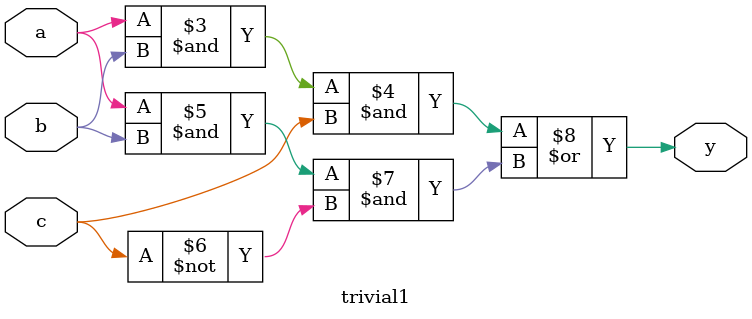
<source format=v>
module trivial1 (
  output reg y,
  input a, b, c,
);

wire [1:0] t;

always @(*) begin
  t = a ^ b;
  y = ((a & b) & c) | ((a & b) & ~c);
end
endmodule

</source>
